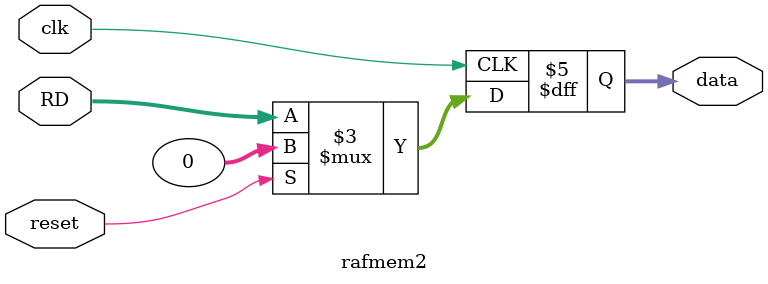
<source format=v>
`timescale 1ns / 1ps


module rafmem2(
input reset,
input clk,
input [31:0] RD,
output reg [31:0] data
    );
    always @( posedge clk) begin
     if (reset)
        data <= 32'd0;
        else 
    data <= RD;
    end 
    
endmodule

</source>
